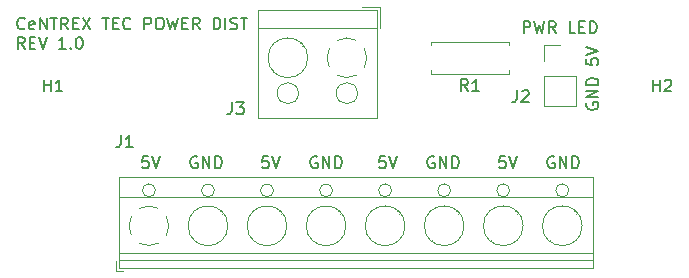
<source format=gbr>
G04 #@! TF.GenerationSoftware,KiCad,Pcbnew,(5.1.4)-1*
G04 #@! TF.CreationDate,2019-09-19T18:51:56-04:00*
G04 #@! TF.ProjectId,power_distribution,706f7765-725f-4646-9973-747269627574,rev?*
G04 #@! TF.SameCoordinates,Original*
G04 #@! TF.FileFunction,Legend,Top*
G04 #@! TF.FilePolarity,Positive*
%FSLAX46Y46*%
G04 Gerber Fmt 4.6, Leading zero omitted, Abs format (unit mm)*
G04 Created by KiCad (PCBNEW (5.1.4)-1) date 2019-09-19 18:51:56*
%MOMM*%
%LPD*%
G04 APERTURE LIST*
%ADD10C,0.150000*%
%ADD11C,0.120000*%
G04 APERTURE END LIST*
D10*
X193556000Y-83581619D02*
X193508380Y-83676857D01*
X193508380Y-83819714D01*
X193556000Y-83962571D01*
X193651238Y-84057809D01*
X193746476Y-84105428D01*
X193936952Y-84153047D01*
X194079809Y-84153047D01*
X194270285Y-84105428D01*
X194365523Y-84057809D01*
X194460761Y-83962571D01*
X194508380Y-83819714D01*
X194508380Y-83724476D01*
X194460761Y-83581619D01*
X194413142Y-83534000D01*
X194079809Y-83534000D01*
X194079809Y-83724476D01*
X194508380Y-83105428D02*
X193508380Y-83105428D01*
X194508380Y-82534000D01*
X193508380Y-82534000D01*
X194508380Y-82057809D02*
X193508380Y-82057809D01*
X193508380Y-81819714D01*
X193556000Y-81676857D01*
X193651238Y-81581619D01*
X193746476Y-81534000D01*
X193936952Y-81486380D01*
X194079809Y-81486380D01*
X194270285Y-81534000D01*
X194365523Y-81581619D01*
X194460761Y-81676857D01*
X194508380Y-81819714D01*
X194508380Y-82057809D01*
X193508380Y-79819714D02*
X193508380Y-80295904D01*
X193984571Y-80343523D01*
X193936952Y-80295904D01*
X193889333Y-80200666D01*
X193889333Y-79962571D01*
X193936952Y-79867333D01*
X193984571Y-79819714D01*
X194079809Y-79772095D01*
X194317904Y-79772095D01*
X194413142Y-79819714D01*
X194460761Y-79867333D01*
X194508380Y-79962571D01*
X194508380Y-80200666D01*
X194460761Y-80295904D01*
X194413142Y-80343523D01*
X193508380Y-79486380D02*
X194508380Y-79153047D01*
X193508380Y-78819714D01*
X188190571Y-77668380D02*
X188190571Y-76668380D01*
X188571523Y-76668380D01*
X188666761Y-76716000D01*
X188714380Y-76763619D01*
X188762000Y-76858857D01*
X188762000Y-77001714D01*
X188714380Y-77096952D01*
X188666761Y-77144571D01*
X188571523Y-77192190D01*
X188190571Y-77192190D01*
X189095333Y-76668380D02*
X189333428Y-77668380D01*
X189523904Y-76954095D01*
X189714380Y-77668380D01*
X189952476Y-76668380D01*
X190904857Y-77668380D02*
X190571523Y-77192190D01*
X190333428Y-77668380D02*
X190333428Y-76668380D01*
X190714380Y-76668380D01*
X190809619Y-76716000D01*
X190857238Y-76763619D01*
X190904857Y-76858857D01*
X190904857Y-77001714D01*
X190857238Y-77096952D01*
X190809619Y-77144571D01*
X190714380Y-77192190D01*
X190333428Y-77192190D01*
X192571523Y-77668380D02*
X192095333Y-77668380D01*
X192095333Y-76668380D01*
X192904857Y-77144571D02*
X193238190Y-77144571D01*
X193381047Y-77668380D02*
X192904857Y-77668380D01*
X192904857Y-76668380D01*
X193381047Y-76668380D01*
X193809619Y-77668380D02*
X193809619Y-76668380D01*
X194047714Y-76668380D01*
X194190571Y-76716000D01*
X194285809Y-76811238D01*
X194333428Y-76906476D01*
X194381047Y-77096952D01*
X194381047Y-77239809D01*
X194333428Y-77430285D01*
X194285809Y-77525523D01*
X194190571Y-77620761D01*
X194047714Y-77668380D01*
X193809619Y-77668380D01*
X145941023Y-77256142D02*
X145893404Y-77303761D01*
X145750547Y-77351380D01*
X145655309Y-77351380D01*
X145512452Y-77303761D01*
X145417214Y-77208523D01*
X145369595Y-77113285D01*
X145321976Y-76922809D01*
X145321976Y-76779952D01*
X145369595Y-76589476D01*
X145417214Y-76494238D01*
X145512452Y-76399000D01*
X145655309Y-76351380D01*
X145750547Y-76351380D01*
X145893404Y-76399000D01*
X145941023Y-76446619D01*
X146750547Y-77303761D02*
X146655309Y-77351380D01*
X146464833Y-77351380D01*
X146369595Y-77303761D01*
X146321976Y-77208523D01*
X146321976Y-76827571D01*
X146369595Y-76732333D01*
X146464833Y-76684714D01*
X146655309Y-76684714D01*
X146750547Y-76732333D01*
X146798166Y-76827571D01*
X146798166Y-76922809D01*
X146321976Y-77018047D01*
X147226738Y-77351380D02*
X147226738Y-76351380D01*
X147798166Y-77351380D01*
X147798166Y-76351380D01*
X148131500Y-76351380D02*
X148702928Y-76351380D01*
X148417214Y-77351380D02*
X148417214Y-76351380D01*
X149607690Y-77351380D02*
X149274357Y-76875190D01*
X149036261Y-77351380D02*
X149036261Y-76351380D01*
X149417214Y-76351380D01*
X149512452Y-76399000D01*
X149560071Y-76446619D01*
X149607690Y-76541857D01*
X149607690Y-76684714D01*
X149560071Y-76779952D01*
X149512452Y-76827571D01*
X149417214Y-76875190D01*
X149036261Y-76875190D01*
X150036261Y-76827571D02*
X150369595Y-76827571D01*
X150512452Y-77351380D02*
X150036261Y-77351380D01*
X150036261Y-76351380D01*
X150512452Y-76351380D01*
X150845785Y-76351380D02*
X151512452Y-77351380D01*
X151512452Y-76351380D02*
X150845785Y-77351380D01*
X152512452Y-76351380D02*
X153083880Y-76351380D01*
X152798166Y-77351380D02*
X152798166Y-76351380D01*
X153417214Y-76827571D02*
X153750547Y-76827571D01*
X153893404Y-77351380D02*
X153417214Y-77351380D01*
X153417214Y-76351380D01*
X153893404Y-76351380D01*
X154893404Y-77256142D02*
X154845785Y-77303761D01*
X154702928Y-77351380D01*
X154607690Y-77351380D01*
X154464833Y-77303761D01*
X154369595Y-77208523D01*
X154321976Y-77113285D01*
X154274357Y-76922809D01*
X154274357Y-76779952D01*
X154321976Y-76589476D01*
X154369595Y-76494238D01*
X154464833Y-76399000D01*
X154607690Y-76351380D01*
X154702928Y-76351380D01*
X154845785Y-76399000D01*
X154893404Y-76446619D01*
X156083880Y-77351380D02*
X156083880Y-76351380D01*
X156464833Y-76351380D01*
X156560071Y-76399000D01*
X156607690Y-76446619D01*
X156655309Y-76541857D01*
X156655309Y-76684714D01*
X156607690Y-76779952D01*
X156560071Y-76827571D01*
X156464833Y-76875190D01*
X156083880Y-76875190D01*
X157274357Y-76351380D02*
X157464833Y-76351380D01*
X157560071Y-76399000D01*
X157655309Y-76494238D01*
X157702928Y-76684714D01*
X157702928Y-77018047D01*
X157655309Y-77208523D01*
X157560071Y-77303761D01*
X157464833Y-77351380D01*
X157274357Y-77351380D01*
X157179119Y-77303761D01*
X157083880Y-77208523D01*
X157036261Y-77018047D01*
X157036261Y-76684714D01*
X157083880Y-76494238D01*
X157179119Y-76399000D01*
X157274357Y-76351380D01*
X158036261Y-76351380D02*
X158274357Y-77351380D01*
X158464833Y-76637095D01*
X158655309Y-77351380D01*
X158893404Y-76351380D01*
X159274357Y-76827571D02*
X159607690Y-76827571D01*
X159750547Y-77351380D02*
X159274357Y-77351380D01*
X159274357Y-76351380D01*
X159750547Y-76351380D01*
X160750547Y-77351380D02*
X160417214Y-76875190D01*
X160179119Y-77351380D02*
X160179119Y-76351380D01*
X160560071Y-76351380D01*
X160655309Y-76399000D01*
X160702928Y-76446619D01*
X160750547Y-76541857D01*
X160750547Y-76684714D01*
X160702928Y-76779952D01*
X160655309Y-76827571D01*
X160560071Y-76875190D01*
X160179119Y-76875190D01*
X161941023Y-77351380D02*
X161941023Y-76351380D01*
X162179119Y-76351380D01*
X162321976Y-76399000D01*
X162417214Y-76494238D01*
X162464833Y-76589476D01*
X162512452Y-76779952D01*
X162512452Y-76922809D01*
X162464833Y-77113285D01*
X162417214Y-77208523D01*
X162321976Y-77303761D01*
X162179119Y-77351380D01*
X161941023Y-77351380D01*
X162941023Y-77351380D02*
X162941023Y-76351380D01*
X163369595Y-77303761D02*
X163512452Y-77351380D01*
X163750547Y-77351380D01*
X163845785Y-77303761D01*
X163893404Y-77256142D01*
X163941023Y-77160904D01*
X163941023Y-77065666D01*
X163893404Y-76970428D01*
X163845785Y-76922809D01*
X163750547Y-76875190D01*
X163560071Y-76827571D01*
X163464833Y-76779952D01*
X163417214Y-76732333D01*
X163369595Y-76637095D01*
X163369595Y-76541857D01*
X163417214Y-76446619D01*
X163464833Y-76399000D01*
X163560071Y-76351380D01*
X163798166Y-76351380D01*
X163941023Y-76399000D01*
X164226738Y-76351380D02*
X164798166Y-76351380D01*
X164512452Y-77351380D02*
X164512452Y-76351380D01*
X145941023Y-79001380D02*
X145607690Y-78525190D01*
X145369595Y-79001380D02*
X145369595Y-78001380D01*
X145750547Y-78001380D01*
X145845785Y-78049000D01*
X145893404Y-78096619D01*
X145941023Y-78191857D01*
X145941023Y-78334714D01*
X145893404Y-78429952D01*
X145845785Y-78477571D01*
X145750547Y-78525190D01*
X145369595Y-78525190D01*
X146369595Y-78477571D02*
X146702928Y-78477571D01*
X146845785Y-79001380D02*
X146369595Y-79001380D01*
X146369595Y-78001380D01*
X146845785Y-78001380D01*
X147131500Y-78001380D02*
X147464833Y-79001380D01*
X147798166Y-78001380D01*
X149417214Y-79001380D02*
X148845785Y-79001380D01*
X149131500Y-79001380D02*
X149131500Y-78001380D01*
X149036261Y-78144238D01*
X148941023Y-78239476D01*
X148845785Y-78287095D01*
X149845785Y-78906142D02*
X149893404Y-78953761D01*
X149845785Y-79001380D01*
X149798166Y-78953761D01*
X149845785Y-78906142D01*
X149845785Y-79001380D01*
X150512452Y-78001380D02*
X150607690Y-78001380D01*
X150702928Y-78049000D01*
X150750547Y-78096619D01*
X150798166Y-78191857D01*
X150845785Y-78382333D01*
X150845785Y-78620428D01*
X150798166Y-78810904D01*
X150750547Y-78906142D01*
X150702928Y-78953761D01*
X150607690Y-79001380D01*
X150512452Y-79001380D01*
X150417214Y-78953761D01*
X150369595Y-78906142D01*
X150321976Y-78810904D01*
X150274357Y-78620428D01*
X150274357Y-78382333D01*
X150321976Y-78191857D01*
X150369595Y-78096619D01*
X150417214Y-78049000D01*
X150512452Y-78001380D01*
X186626857Y-88098380D02*
X186150666Y-88098380D01*
X186103047Y-88574571D01*
X186150666Y-88526952D01*
X186245904Y-88479333D01*
X186484000Y-88479333D01*
X186579238Y-88526952D01*
X186626857Y-88574571D01*
X186674476Y-88669809D01*
X186674476Y-88907904D01*
X186626857Y-89003142D01*
X186579238Y-89050761D01*
X186484000Y-89098380D01*
X186245904Y-89098380D01*
X186150666Y-89050761D01*
X186103047Y-89003142D01*
X186960190Y-88098380D02*
X187293523Y-89098380D01*
X187626857Y-88098380D01*
X190769714Y-88146000D02*
X190674476Y-88098380D01*
X190531619Y-88098380D01*
X190388761Y-88146000D01*
X190293523Y-88241238D01*
X190245904Y-88336476D01*
X190198285Y-88526952D01*
X190198285Y-88669809D01*
X190245904Y-88860285D01*
X190293523Y-88955523D01*
X190388761Y-89050761D01*
X190531619Y-89098380D01*
X190626857Y-89098380D01*
X190769714Y-89050761D01*
X190817333Y-89003142D01*
X190817333Y-88669809D01*
X190626857Y-88669809D01*
X191245904Y-89098380D02*
X191245904Y-88098380D01*
X191817333Y-89098380D01*
X191817333Y-88098380D01*
X192293523Y-89098380D02*
X192293523Y-88098380D01*
X192531619Y-88098380D01*
X192674476Y-88146000D01*
X192769714Y-88241238D01*
X192817333Y-88336476D01*
X192864952Y-88526952D01*
X192864952Y-88669809D01*
X192817333Y-88860285D01*
X192769714Y-88955523D01*
X192674476Y-89050761D01*
X192531619Y-89098380D01*
X192293523Y-89098380D01*
X176466857Y-88098380D02*
X175990666Y-88098380D01*
X175943047Y-88574571D01*
X175990666Y-88526952D01*
X176085904Y-88479333D01*
X176324000Y-88479333D01*
X176419238Y-88526952D01*
X176466857Y-88574571D01*
X176514476Y-88669809D01*
X176514476Y-88907904D01*
X176466857Y-89003142D01*
X176419238Y-89050761D01*
X176324000Y-89098380D01*
X176085904Y-89098380D01*
X175990666Y-89050761D01*
X175943047Y-89003142D01*
X176800190Y-88098380D02*
X177133523Y-89098380D01*
X177466857Y-88098380D01*
X180609714Y-88146000D02*
X180514476Y-88098380D01*
X180371619Y-88098380D01*
X180228761Y-88146000D01*
X180133523Y-88241238D01*
X180085904Y-88336476D01*
X180038285Y-88526952D01*
X180038285Y-88669809D01*
X180085904Y-88860285D01*
X180133523Y-88955523D01*
X180228761Y-89050761D01*
X180371619Y-89098380D01*
X180466857Y-89098380D01*
X180609714Y-89050761D01*
X180657333Y-89003142D01*
X180657333Y-88669809D01*
X180466857Y-88669809D01*
X181085904Y-89098380D02*
X181085904Y-88098380D01*
X181657333Y-89098380D01*
X181657333Y-88098380D01*
X182133523Y-89098380D02*
X182133523Y-88098380D01*
X182371619Y-88098380D01*
X182514476Y-88146000D01*
X182609714Y-88241238D01*
X182657333Y-88336476D01*
X182704952Y-88526952D01*
X182704952Y-88669809D01*
X182657333Y-88860285D01*
X182609714Y-88955523D01*
X182514476Y-89050761D01*
X182371619Y-89098380D01*
X182133523Y-89098380D01*
X166560857Y-88098380D02*
X166084666Y-88098380D01*
X166037047Y-88574571D01*
X166084666Y-88526952D01*
X166179904Y-88479333D01*
X166418000Y-88479333D01*
X166513238Y-88526952D01*
X166560857Y-88574571D01*
X166608476Y-88669809D01*
X166608476Y-88907904D01*
X166560857Y-89003142D01*
X166513238Y-89050761D01*
X166418000Y-89098380D01*
X166179904Y-89098380D01*
X166084666Y-89050761D01*
X166037047Y-89003142D01*
X166894190Y-88098380D02*
X167227523Y-89098380D01*
X167560857Y-88098380D01*
X170703714Y-88146000D02*
X170608476Y-88098380D01*
X170465619Y-88098380D01*
X170322761Y-88146000D01*
X170227523Y-88241238D01*
X170179904Y-88336476D01*
X170132285Y-88526952D01*
X170132285Y-88669809D01*
X170179904Y-88860285D01*
X170227523Y-88955523D01*
X170322761Y-89050761D01*
X170465619Y-89098380D01*
X170560857Y-89098380D01*
X170703714Y-89050761D01*
X170751333Y-89003142D01*
X170751333Y-88669809D01*
X170560857Y-88669809D01*
X171179904Y-89098380D02*
X171179904Y-88098380D01*
X171751333Y-89098380D01*
X171751333Y-88098380D01*
X172227523Y-89098380D02*
X172227523Y-88098380D01*
X172465619Y-88098380D01*
X172608476Y-88146000D01*
X172703714Y-88241238D01*
X172751333Y-88336476D01*
X172798952Y-88526952D01*
X172798952Y-88669809D01*
X172751333Y-88860285D01*
X172703714Y-88955523D01*
X172608476Y-89050761D01*
X172465619Y-89098380D01*
X172227523Y-89098380D01*
X156400857Y-88098380D02*
X155924666Y-88098380D01*
X155877047Y-88574571D01*
X155924666Y-88526952D01*
X156019904Y-88479333D01*
X156258000Y-88479333D01*
X156353238Y-88526952D01*
X156400857Y-88574571D01*
X156448476Y-88669809D01*
X156448476Y-88907904D01*
X156400857Y-89003142D01*
X156353238Y-89050761D01*
X156258000Y-89098380D01*
X156019904Y-89098380D01*
X155924666Y-89050761D01*
X155877047Y-89003142D01*
X156734190Y-88098380D02*
X157067523Y-89098380D01*
X157400857Y-88098380D01*
X160543714Y-88146000D02*
X160448476Y-88098380D01*
X160305619Y-88098380D01*
X160162761Y-88146000D01*
X160067523Y-88241238D01*
X160019904Y-88336476D01*
X159972285Y-88526952D01*
X159972285Y-88669809D01*
X160019904Y-88860285D01*
X160067523Y-88955523D01*
X160162761Y-89050761D01*
X160305619Y-89098380D01*
X160400857Y-89098380D01*
X160543714Y-89050761D01*
X160591333Y-89003142D01*
X160591333Y-88669809D01*
X160400857Y-88669809D01*
X161019904Y-89098380D02*
X161019904Y-88098380D01*
X161591333Y-89098380D01*
X161591333Y-88098380D01*
X162067523Y-89098380D02*
X162067523Y-88098380D01*
X162305619Y-88098380D01*
X162448476Y-88146000D01*
X162543714Y-88241238D01*
X162591333Y-88336476D01*
X162638952Y-88526952D01*
X162638952Y-88669809D01*
X162591333Y-88860285D01*
X162543714Y-88955523D01*
X162448476Y-89050761D01*
X162305619Y-89098380D01*
X162067523Y-89098380D01*
D11*
X180372000Y-78386000D02*
X180372000Y-78716000D01*
X186912000Y-78386000D02*
X180372000Y-78386000D01*
X186912000Y-78716000D02*
X186912000Y-78386000D01*
X180372000Y-81126000D02*
X180372000Y-80796000D01*
X186912000Y-81126000D02*
X180372000Y-81126000D01*
X186912000Y-80796000D02*
X186912000Y-81126000D01*
X176028000Y-75456000D02*
X174528000Y-75456000D01*
X176028000Y-77196000D02*
X176028000Y-75456000D01*
X169408000Y-78780000D02*
X169502000Y-78687000D01*
X167158000Y-81031000D02*
X167217000Y-80972000D01*
X169238000Y-78540000D02*
X169297000Y-78482000D01*
X166953000Y-80825000D02*
X167047000Y-80732000D01*
X165668000Y-84816000D02*
X165668000Y-75696000D01*
X175788000Y-84816000D02*
X175788000Y-75696000D01*
X175788000Y-75696000D02*
X165668000Y-75696000D01*
X175788000Y-84816000D02*
X165668000Y-84816000D01*
X175788000Y-77256000D02*
X165668000Y-77256000D01*
X169128000Y-82756000D02*
G75*
G03X169128000Y-82756000I-900000J0D01*
G01*
X169908000Y-79756000D02*
G75*
G03X169908000Y-79756000I-1680000J0D01*
G01*
X174128000Y-82756000D02*
G75*
G03X174128000Y-82756000I-900000J0D01*
G01*
X173198617Y-78075550D02*
G75*
G02X174017000Y-78272000I29383J-1680450D01*
G01*
X174711953Y-78966912D02*
G75*
G02X174712000Y-80545000I-1483953J-789088D01*
G01*
X174017088Y-81239953D02*
G75*
G02X172439000Y-81240000I-789088J1483953D01*
G01*
X171744047Y-80545088D02*
G75*
G02X171744000Y-78967000I1483953J789088D01*
G01*
X172439288Y-78272648D02*
G75*
G02X173228000Y-78076000I788712J-1483352D01*
G01*
X189932000Y-78680000D02*
X191262000Y-78680000D01*
X189932000Y-80010000D02*
X189932000Y-78680000D01*
X189932000Y-81280000D02*
X192592000Y-81280000D01*
X192592000Y-81280000D02*
X192592000Y-83880000D01*
X189932000Y-81280000D02*
X189932000Y-83880000D01*
X189932000Y-83880000D02*
X192592000Y-83880000D01*
X153664000Y-97780000D02*
X154264000Y-97780000D01*
X153664000Y-96940000D02*
X153664000Y-97780000D01*
X190284000Y-94956000D02*
X190190000Y-95049000D01*
X192534000Y-92705000D02*
X192475000Y-92764000D01*
X190454000Y-95196000D02*
X190395000Y-95254000D01*
X192739000Y-92911000D02*
X192645000Y-93004000D01*
X185284000Y-94956000D02*
X185190000Y-95049000D01*
X187534000Y-92705000D02*
X187475000Y-92764000D01*
X185454000Y-95196000D02*
X185395000Y-95254000D01*
X187739000Y-92911000D02*
X187645000Y-93004000D01*
X180284000Y-94956000D02*
X180190000Y-95049000D01*
X182534000Y-92705000D02*
X182475000Y-92764000D01*
X180454000Y-95196000D02*
X180395000Y-95254000D01*
X182739000Y-92911000D02*
X182645000Y-93004000D01*
X175284000Y-94956000D02*
X175190000Y-95049000D01*
X177534000Y-92705000D02*
X177475000Y-92764000D01*
X175454000Y-95196000D02*
X175395000Y-95254000D01*
X177739000Y-92911000D02*
X177645000Y-93004000D01*
X170284000Y-94956000D02*
X170190000Y-95049000D01*
X172534000Y-92705000D02*
X172475000Y-92764000D01*
X170454000Y-95196000D02*
X170395000Y-95254000D01*
X172739000Y-92911000D02*
X172645000Y-93004000D01*
X165284000Y-94956000D02*
X165190000Y-95049000D01*
X167534000Y-92705000D02*
X167475000Y-92764000D01*
X165454000Y-95196000D02*
X165395000Y-95254000D01*
X167739000Y-92911000D02*
X167645000Y-93004000D01*
X160284000Y-94956000D02*
X160190000Y-95049000D01*
X162534000Y-92705000D02*
X162475000Y-92764000D01*
X160454000Y-95196000D02*
X160395000Y-95254000D01*
X162739000Y-92911000D02*
X162645000Y-93004000D01*
X194024000Y-89820000D02*
X194024000Y-97541000D01*
X153904000Y-89820000D02*
X153904000Y-97541000D01*
X153904000Y-97541000D02*
X194024000Y-97541000D01*
X153904000Y-89820000D02*
X194024000Y-89820000D01*
X153904000Y-91580000D02*
X194024000Y-91580000D01*
X153904000Y-96280000D02*
X194024000Y-96280000D01*
X153904000Y-96880000D02*
X194024000Y-96880000D01*
X192014000Y-90980000D02*
G75*
G03X192014000Y-90980000I-550000J0D01*
G01*
X193144000Y-93980000D02*
G75*
G03X193144000Y-93980000I-1680000J0D01*
G01*
X187014000Y-90980000D02*
G75*
G03X187014000Y-90980000I-550000J0D01*
G01*
X188144000Y-93980000D02*
G75*
G03X188144000Y-93980000I-1680000J0D01*
G01*
X182014000Y-90980000D02*
G75*
G03X182014000Y-90980000I-550000J0D01*
G01*
X183144000Y-93980000D02*
G75*
G03X183144000Y-93980000I-1680000J0D01*
G01*
X177014000Y-90980000D02*
G75*
G03X177014000Y-90980000I-550000J0D01*
G01*
X178144000Y-93980000D02*
G75*
G03X178144000Y-93980000I-1680000J0D01*
G01*
X172014000Y-90980000D02*
G75*
G03X172014000Y-90980000I-550000J0D01*
G01*
X173144000Y-93980000D02*
G75*
G03X173144000Y-93980000I-1680000J0D01*
G01*
X167014000Y-90980000D02*
G75*
G03X167014000Y-90980000I-550000J0D01*
G01*
X168144000Y-93980000D02*
G75*
G03X168144000Y-93980000I-1680000J0D01*
G01*
X162014000Y-90980000D02*
G75*
G03X162014000Y-90980000I-550000J0D01*
G01*
X163144000Y-93980000D02*
G75*
G03X163144000Y-93980000I-1680000J0D01*
G01*
X157014000Y-90980000D02*
G75*
G03X157014000Y-90980000I-550000J0D01*
G01*
X156493383Y-95660450D02*
G75*
G02X155675000Y-95464000I-29383J1680450D01*
G01*
X154980047Y-94769088D02*
G75*
G02X154980000Y-93191000I1483953J789088D01*
G01*
X155674912Y-92496047D02*
G75*
G02X157253000Y-92496000I789088J-1483953D01*
G01*
X157947953Y-93190912D02*
G75*
G02X157948000Y-94769000I-1483953J-789088D01*
G01*
X157252712Y-95463352D02*
G75*
G02X156464000Y-95660000I-788712J1483352D01*
G01*
D10*
X199136095Y-82604380D02*
X199136095Y-81604380D01*
X199136095Y-82080571D02*
X199707523Y-82080571D01*
X199707523Y-82604380D02*
X199707523Y-81604380D01*
X200136095Y-81699619D02*
X200183714Y-81652000D01*
X200278952Y-81604380D01*
X200517047Y-81604380D01*
X200612285Y-81652000D01*
X200659904Y-81699619D01*
X200707523Y-81794857D01*
X200707523Y-81890095D01*
X200659904Y-82032952D01*
X200088476Y-82604380D01*
X200707523Y-82604380D01*
X147574095Y-82604380D02*
X147574095Y-81604380D01*
X147574095Y-82080571D02*
X148145523Y-82080571D01*
X148145523Y-82604380D02*
X148145523Y-81604380D01*
X149145523Y-82604380D02*
X148574095Y-82604380D01*
X148859809Y-82604380D02*
X148859809Y-81604380D01*
X148764571Y-81747238D01*
X148669333Y-81842476D01*
X148574095Y-81890095D01*
X183475333Y-82578380D02*
X183142000Y-82102190D01*
X182903904Y-82578380D02*
X182903904Y-81578380D01*
X183284857Y-81578380D01*
X183380095Y-81626000D01*
X183427714Y-81673619D01*
X183475333Y-81768857D01*
X183475333Y-81911714D01*
X183427714Y-82006952D01*
X183380095Y-82054571D01*
X183284857Y-82102190D01*
X182903904Y-82102190D01*
X184427714Y-82578380D02*
X183856285Y-82578380D01*
X184142000Y-82578380D02*
X184142000Y-81578380D01*
X184046761Y-81721238D01*
X183951523Y-81816476D01*
X183856285Y-81864095D01*
X163496666Y-83526380D02*
X163496666Y-84240666D01*
X163449047Y-84383523D01*
X163353809Y-84478761D01*
X163210952Y-84526380D01*
X163115714Y-84526380D01*
X163877619Y-83526380D02*
X164496666Y-83526380D01*
X164163333Y-83907333D01*
X164306190Y-83907333D01*
X164401428Y-83954952D01*
X164449047Y-84002571D01*
X164496666Y-84097809D01*
X164496666Y-84335904D01*
X164449047Y-84431142D01*
X164401428Y-84478761D01*
X164306190Y-84526380D01*
X164020476Y-84526380D01*
X163925238Y-84478761D01*
X163877619Y-84431142D01*
X187626666Y-82510380D02*
X187626666Y-83224666D01*
X187579047Y-83367523D01*
X187483809Y-83462761D01*
X187340952Y-83510380D01*
X187245714Y-83510380D01*
X188055238Y-82605619D02*
X188102857Y-82558000D01*
X188198095Y-82510380D01*
X188436190Y-82510380D01*
X188531428Y-82558000D01*
X188579047Y-82605619D01*
X188626666Y-82700857D01*
X188626666Y-82796095D01*
X188579047Y-82938952D01*
X188007619Y-83510380D01*
X188626666Y-83510380D01*
X154098666Y-86320380D02*
X154098666Y-87034666D01*
X154051047Y-87177523D01*
X153955809Y-87272761D01*
X153812952Y-87320380D01*
X153717714Y-87320380D01*
X155098666Y-87320380D02*
X154527238Y-87320380D01*
X154812952Y-87320380D02*
X154812952Y-86320380D01*
X154717714Y-86463238D01*
X154622476Y-86558476D01*
X154527238Y-86606095D01*
M02*

</source>
